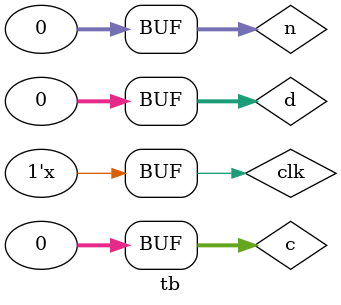
<source format=v>
`timescale 1ns/1ps

module tb;

reg clk;
reg [31:0] n,d,c;
wire [31:0] m;
wire [31:0] primeNum, privateKey, cipher;
integer i;



storeNumbers dut(.n(n),.d(d),.c(c),.clk(clk), .primeNum(primeNum), .privateKey(privateKey), .cipher(cipher));

always  
	#5 clk = ~clk;

initial begin
	clk = 0;
	
end
/*
initial begin

	for(i = 0; i < 32; i = i+1)
		begin
			n <= 8'hffff0000;
			d <= 8'hffff0000;
			c <= 8'hffff0000;
			
			n <= 8'hffff0000;
			d <= 8'hffff0000;
			c <= 8'hffff0000;
					
		end
		
	end	
*/

	initial begin
			
			n <= 32'hffffffff;
			d <= 32'hffffffff;
			c <= 32'hffffffff;
			#15
			n <= 32'h00000000;
			d <= 32'h00000000;
			c <= 32'h00000000;
	end

endmodule


</source>
